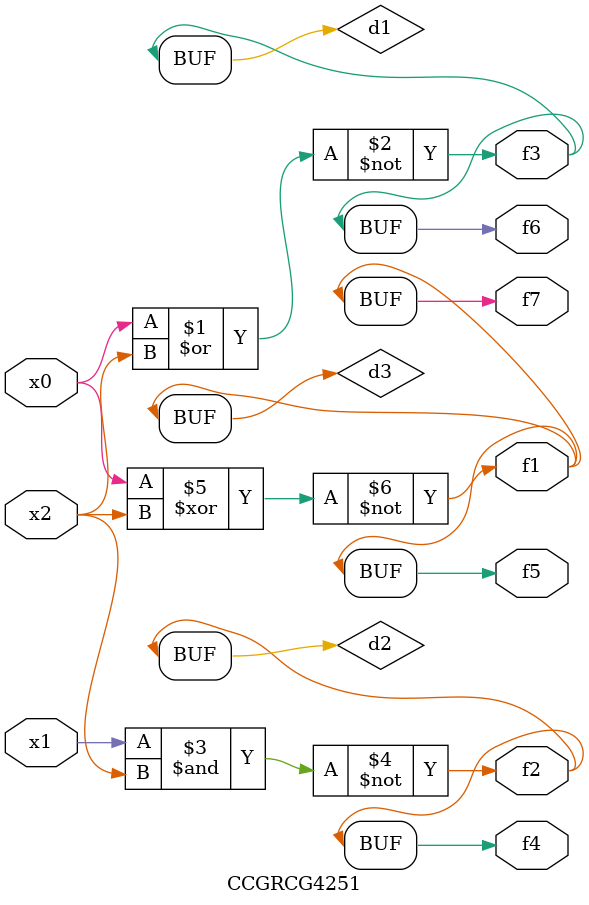
<source format=v>
module CCGRCG4251(
	input x0, x1, x2,
	output f1, f2, f3, f4, f5, f6, f7
);

	wire d1, d2, d3;

	nor (d1, x0, x2);
	nand (d2, x1, x2);
	xnor (d3, x0, x2);
	assign f1 = d3;
	assign f2 = d2;
	assign f3 = d1;
	assign f4 = d2;
	assign f5 = d3;
	assign f6 = d1;
	assign f7 = d3;
endmodule

</source>
